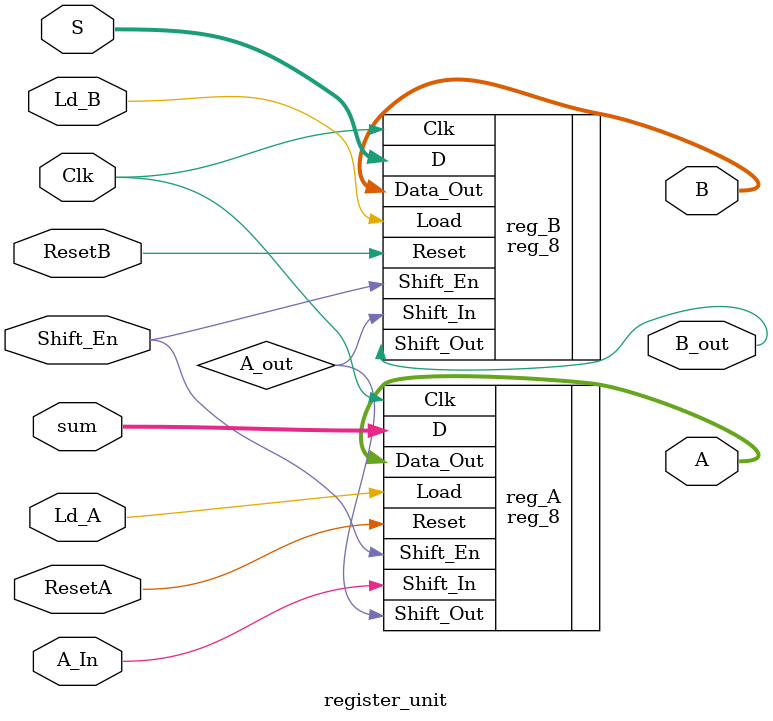
<source format=sv>
module register_unit (input  logic Clk, ResetA,ResetB, A_In, Ld_A, Ld_B, 
                            Shift_En,
                      input  logic [7:0]  sum,S, 
                      output logic B_out, 
                      output logic [7:0]  A,
                      output logic [7:0]  B);

    logic A_out;
    // reg load sum    regb load switch      reg A shift in X   regB shift in  A_out
    reg_8  reg_A (.Clk(Clk),.Reset(ResetA), .Shift_In(A_In),.D(sum), .Load(Ld_A),. Shift_En(Shift_En),
	               .Shift_Out(A_out), .Data_Out(A));
    reg_8  reg_B (.Clk(Clk),.Reset(ResetB), .Shift_In(A_out),.D(S), .Load(Ld_B), . Shift_En(Shift_En),
	               .Shift_Out(B_out), .Data_Out(B));

endmodule
//read

</source>
